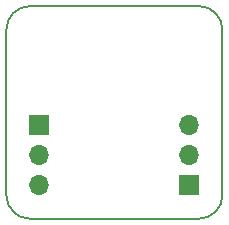
<source format=gbr>
G04 #@! TF.GenerationSoftware,KiCad,Pcbnew,5.0.1-33cea8e~68~ubuntu18.10.1*
G04 #@! TF.CreationDate,2018-12-01T22:14:16+02:00*
G04 #@! TF.ProjectId,BRK-SOT-23-6,42524B2D534F542D32332D362E6B6963,v1.0*
G04 #@! TF.SameCoordinates,Original*
G04 #@! TF.FileFunction,Copper,L2,Bot,Signal*
G04 #@! TF.FilePolarity,Positive*
%FSLAX46Y46*%
G04 Gerber Fmt 4.6, Leading zero omitted, Abs format (unit mm)*
G04 Created by KiCad (PCBNEW 5.0.1-33cea8e~68~ubuntu18.10.1) date la  1. joulukuuta 2018 22.14.16*
%MOMM*%
%LPD*%
G01*
G04 APERTURE LIST*
G04 #@! TA.AperFunction,NonConductor*
%ADD10C,0.150000*%
G04 #@! TD*
G04 #@! TA.AperFunction,ComponentPad*
%ADD11O,1.700000X1.700000*%
G04 #@! TD*
G04 #@! TA.AperFunction,ComponentPad*
%ADD12R,1.700000X1.700000*%
G04 #@! TD*
G04 APERTURE END LIST*
D10*
X52000000Y-68000000D02*
G75*
G02X50000000Y-66000000I0J2000000D01*
G01*
X68300000Y-66000000D02*
G75*
G02X66300000Y-68000000I-2000000J0D01*
G01*
X66300000Y-50000000D02*
G75*
G02X68300000Y-52000000I0J-2000000D01*
G01*
X50000000Y-52000000D02*
G75*
G02X52000000Y-50000000I2000000J0D01*
G01*
X66300000Y-68000000D02*
X52000000Y-68000000D01*
X68300000Y-52000000D02*
X68300000Y-66000000D01*
X52000000Y-50000000D02*
X66300000Y-50000000D01*
X50000000Y-66000000D02*
X50000000Y-52000000D01*
D11*
G04 #@! TO.P,J2,3*
G04 #@! TO.N,Net-(J2-Pad3)*
X65500000Y-60100000D03*
G04 #@! TO.P,J2,2*
G04 #@! TO.N,Net-(J2-Pad2)*
X65500000Y-62640000D03*
D12*
G04 #@! TO.P,J2,1*
G04 #@! TO.N,Net-(J2-Pad1)*
X65500000Y-65180000D03*
G04 #@! TD*
D11*
G04 #@! TO.P,J1,3*
G04 #@! TO.N,Net-(J1-Pad3)*
X52800000Y-65180000D03*
G04 #@! TO.P,J1,2*
G04 #@! TO.N,Net-(J1-Pad2)*
X52800000Y-62640000D03*
D12*
G04 #@! TO.P,J1,1*
G04 #@! TO.N,Net-(J1-Pad1)*
X52800000Y-60100000D03*
G04 #@! TD*
M02*

</source>
